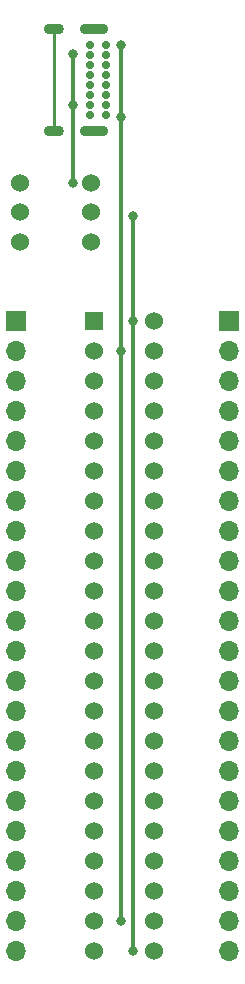
<source format=gbr>
G04 #@! TF.GenerationSoftware,KiCad,Pcbnew,(5.1.8)-1*
G04 #@! TF.CreationDate,2024-04-11T16:50:30-06:00*
G04 #@! TF.ProjectId,Breadboard Adapter,42726561-6462-46f6-9172-642041646170,rev?*
G04 #@! TF.SameCoordinates,Original*
G04 #@! TF.FileFunction,Copper,L2,Bot*
G04 #@! TF.FilePolarity,Positive*
%FSLAX46Y46*%
G04 Gerber Fmt 4.6, Leading zero omitted, Abs format (unit mm)*
G04 Created by KiCad (PCBNEW (5.1.8)-1) date 2024-04-11 16:50:30*
%MOMM*%
%LPD*%
G01*
G04 APERTURE LIST*
G04 #@! TA.AperFunction,ComponentPad*
%ADD10C,1.524000*%
G04 #@! TD*
G04 #@! TA.AperFunction,ComponentPad*
%ADD11R,1.524000X1.524000*%
G04 #@! TD*
G04 #@! TA.AperFunction,ComponentPad*
%ADD12O,1.700000X1.700000*%
G04 #@! TD*
G04 #@! TA.AperFunction,ComponentPad*
%ADD13R,1.700000X1.700000*%
G04 #@! TD*
G04 #@! TA.AperFunction,ComponentPad*
%ADD14O,1.700000X0.900000*%
G04 #@! TD*
G04 #@! TA.AperFunction,ComponentPad*
%ADD15O,2.400000X0.900000*%
G04 #@! TD*
G04 #@! TA.AperFunction,ComponentPad*
%ADD16C,0.700000*%
G04 #@! TD*
G04 #@! TA.AperFunction,ViaPad*
%ADD17C,0.800000*%
G04 #@! TD*
G04 #@! TA.AperFunction,Conductor*
%ADD18C,0.330200*%
G04 #@! TD*
G04 #@! TA.AperFunction,Conductor*
%ADD19C,0.250000*%
G04 #@! TD*
G04 APERTURE END LIST*
D10*
G04 #@! TO.P,J1,44*
G04 #@! TO.N,/5+*
X105410000Y-38100000D03*
G04 #@! TO.P,J1,43*
G04 #@! TO.N,/GND*
X105410000Y-40640000D03*
G04 #@! TO.P,J1,42*
G04 #@! TO.N,/IORD*
X105410000Y-43180000D03*
G04 #@! TO.P,J1,41*
G04 #@! TO.N,/IOWR*
X105410000Y-45720000D03*
G04 #@! TO.P,J1,40*
G04 #@! TO.N,/A7*
X105410000Y-48260000D03*
G04 #@! TO.P,J1,39*
G04 #@! TO.N,/A6*
X105410000Y-50800000D03*
G04 #@! TO.P,J1,38*
G04 #@! TO.N,/A5*
X105410000Y-53340000D03*
G04 #@! TO.P,J1,37*
G04 #@! TO.N,/A4*
X105410000Y-55880000D03*
G04 #@! TO.P,J1,36*
G04 #@! TO.N,/A3*
X105410000Y-58420000D03*
G04 #@! TO.P,J1,35*
G04 #@! TO.N,/A2*
X105410000Y-60960000D03*
G04 #@! TO.P,J1,34*
G04 #@! TO.N,/A1*
X105410000Y-63500000D03*
G04 #@! TO.P,J1,33*
G04 #@! TO.N,/A0*
X105410000Y-66040000D03*
G04 #@! TO.P,J1,32*
G04 #@! TO.N,/D7*
X105410000Y-68580000D03*
G04 #@! TO.P,J1,31*
G04 #@! TO.N,/D6*
X105410000Y-71120000D03*
G04 #@! TO.P,J1,30*
G04 #@! TO.N,/D5*
X105410000Y-73660000D03*
G04 #@! TO.P,J1,29*
G04 #@! TO.N,/D4*
X105410000Y-76200000D03*
G04 #@! TO.P,J1,28*
G04 #@! TO.N,/D3*
X105410000Y-78740000D03*
G04 #@! TO.P,J1,27*
G04 #@! TO.N,/D2*
X105410000Y-81280000D03*
G04 #@! TO.P,J1,26*
G04 #@! TO.N,/D1*
X105410000Y-83820000D03*
G04 #@! TO.P,J1,25*
G04 #@! TO.N,/D0*
X105410000Y-86360000D03*
G04 #@! TO.P,J1,24*
G04 #@! TO.N,/GND*
X105410000Y-88900000D03*
G04 #@! TO.P,J1,23*
G04 #@! TO.N,/5+*
X105410000Y-91440000D03*
G04 #@! TO.P,J1,22*
X100330000Y-91440000D03*
G04 #@! TO.P,J1,21*
G04 #@! TO.N,/GND*
X100330000Y-88900000D03*
G04 #@! TO.P,J1,20*
G04 #@! TO.N,/D0_*
X100330000Y-86360000D03*
G04 #@! TO.P,J1,19*
G04 #@! TO.N,/D1_*
X100330000Y-83820000D03*
G04 #@! TO.P,J1,18*
G04 #@! TO.N,/D2_*
X100330000Y-81280000D03*
G04 #@! TO.P,J1,17*
G04 #@! TO.N,/D3_*
X100330000Y-78740000D03*
G04 #@! TO.P,J1,15*
G04 #@! TO.N,/D5_*
X100330000Y-73660000D03*
G04 #@! TO.P,J1,14*
G04 #@! TO.N,/D6_*
X100330000Y-71120000D03*
G04 #@! TO.P,J1,13*
G04 #@! TO.N,/D7_*
X100330000Y-68580000D03*
G04 #@! TO.P,J1,12*
G04 #@! TO.N,/A0_*
X100330000Y-66040000D03*
G04 #@! TO.P,J1,11*
G04 #@! TO.N,/A1_*
X100330000Y-63500000D03*
G04 #@! TO.P,J1,10*
G04 #@! TO.N,/A2_*
X100330000Y-60960000D03*
G04 #@! TO.P,J1,9*
G04 #@! TO.N,/A3_*
X100330000Y-58420000D03*
G04 #@! TO.P,J1,16*
G04 #@! TO.N,/D4_*
X100330000Y-76200000D03*
D11*
G04 #@! TO.P,J1,1*
G04 #@! TO.N,/5+*
X100330000Y-38100000D03*
D10*
G04 #@! TO.P,J1,2*
G04 #@! TO.N,/GND*
X100330000Y-40640000D03*
G04 #@! TO.P,J1,3*
G04 #@! TO.N,/IORD_*
X100330000Y-43180000D03*
G04 #@! TO.P,J1,4*
G04 #@! TO.N,/IOWR_*
X100330000Y-45720000D03*
G04 #@! TO.P,J1,5*
G04 #@! TO.N,/A7_*
X100330000Y-48260000D03*
G04 #@! TO.P,J1,6*
G04 #@! TO.N,/A6_*
X100330000Y-50800000D03*
G04 #@! TO.P,J1,7*
G04 #@! TO.N,/A5_*
X100330000Y-53340000D03*
G04 #@! TO.P,J1,8*
G04 #@! TO.N,/A4_*
X100330000Y-55880000D03*
G04 #@! TD*
D12*
G04 #@! TO.P,J4,22*
G04 #@! TO.N,/5+*
X111760000Y-91440000D03*
G04 #@! TO.P,J4,21*
G04 #@! TO.N,/GND*
X111760000Y-88900000D03*
G04 #@! TO.P,J4,20*
G04 #@! TO.N,/D0*
X111760000Y-86360000D03*
G04 #@! TO.P,J4,19*
G04 #@! TO.N,/D1*
X111760000Y-83820000D03*
G04 #@! TO.P,J4,18*
G04 #@! TO.N,/D2*
X111760000Y-81280000D03*
G04 #@! TO.P,J4,17*
G04 #@! TO.N,/D3*
X111760000Y-78740000D03*
G04 #@! TO.P,J4,16*
G04 #@! TO.N,/D4*
X111760000Y-76200000D03*
G04 #@! TO.P,J4,15*
G04 #@! TO.N,/D5*
X111760000Y-73660000D03*
G04 #@! TO.P,J4,14*
G04 #@! TO.N,/D6*
X111760000Y-71120000D03*
G04 #@! TO.P,J4,13*
G04 #@! TO.N,/D7*
X111760000Y-68580000D03*
G04 #@! TO.P,J4,12*
G04 #@! TO.N,/A0*
X111760000Y-66040000D03*
G04 #@! TO.P,J4,11*
G04 #@! TO.N,/A1*
X111760000Y-63500000D03*
G04 #@! TO.P,J4,10*
G04 #@! TO.N,/A2*
X111760000Y-60960000D03*
G04 #@! TO.P,J4,9*
G04 #@! TO.N,/A3*
X111760000Y-58420000D03*
G04 #@! TO.P,J4,8*
G04 #@! TO.N,/A4*
X111760000Y-55880000D03*
G04 #@! TO.P,J4,7*
G04 #@! TO.N,/A5*
X111760000Y-53340000D03*
G04 #@! TO.P,J4,6*
G04 #@! TO.N,/A6*
X111760000Y-50800000D03*
G04 #@! TO.P,J4,5*
G04 #@! TO.N,/A7*
X111760000Y-48260000D03*
G04 #@! TO.P,J4,4*
G04 #@! TO.N,/IOWR*
X111760000Y-45720000D03*
G04 #@! TO.P,J4,3*
G04 #@! TO.N,/IORD*
X111760000Y-43180000D03*
G04 #@! TO.P,J4,2*
G04 #@! TO.N,/GND*
X111760000Y-40640000D03*
D13*
G04 #@! TO.P,J4,1*
G04 #@! TO.N,/5+*
X111760000Y-38100000D03*
G04 #@! TD*
D12*
G04 #@! TO.P,J3,22*
G04 #@! TO.N,/5+*
X93726000Y-91440000D03*
G04 #@! TO.P,J3,21*
G04 #@! TO.N,/GND*
X93726000Y-88900000D03*
G04 #@! TO.P,J3,20*
G04 #@! TO.N,/D0_*
X93726000Y-86360000D03*
G04 #@! TO.P,J3,19*
G04 #@! TO.N,/D1_*
X93726000Y-83820000D03*
G04 #@! TO.P,J3,18*
G04 #@! TO.N,/D2_*
X93726000Y-81280000D03*
G04 #@! TO.P,J3,17*
G04 #@! TO.N,/D3_*
X93726000Y-78740000D03*
G04 #@! TO.P,J3,16*
G04 #@! TO.N,/D4_*
X93726000Y-76200000D03*
G04 #@! TO.P,J3,15*
G04 #@! TO.N,/D5_*
X93726000Y-73660000D03*
G04 #@! TO.P,J3,14*
G04 #@! TO.N,/D6_*
X93726000Y-71120000D03*
G04 #@! TO.P,J3,13*
G04 #@! TO.N,/D7_*
X93726000Y-68580000D03*
G04 #@! TO.P,J3,12*
G04 #@! TO.N,/A0_*
X93726000Y-66040000D03*
G04 #@! TO.P,J3,11*
G04 #@! TO.N,/A1_*
X93726000Y-63500000D03*
G04 #@! TO.P,J3,10*
G04 #@! TO.N,/A2_*
X93726000Y-60960000D03*
G04 #@! TO.P,J3,9*
G04 #@! TO.N,/A3_*
X93726000Y-58420000D03*
G04 #@! TO.P,J3,8*
G04 #@! TO.N,/A4_*
X93726000Y-55880000D03*
G04 #@! TO.P,J3,7*
G04 #@! TO.N,/A5_*
X93726000Y-53340000D03*
G04 #@! TO.P,J3,6*
G04 #@! TO.N,/A6_*
X93726000Y-50800000D03*
G04 #@! TO.P,J3,5*
G04 #@! TO.N,/A7_*
X93726000Y-48260000D03*
G04 #@! TO.P,J3,4*
G04 #@! TO.N,/IOWR_*
X93726000Y-45720000D03*
G04 #@! TO.P,J3,3*
G04 #@! TO.N,/IORD_*
X93726000Y-43180000D03*
G04 #@! TO.P,J3,2*
G04 #@! TO.N,/GND*
X93726000Y-40640000D03*
D13*
G04 #@! TO.P,J3,1*
G04 #@! TO.N,/5+*
X93726000Y-38100000D03*
G04 #@! TD*
D10*
G04 #@! TO.P,SW1,6*
G04 #@! TO.N,Net-(SW1-Pad6)*
X94076000Y-31416000D03*
G04 #@! TO.P,SW1,5*
G04 #@! TO.N,Net-(SW1-Pad5)*
X94076000Y-28916000D03*
G04 #@! TO.P,SW1,4*
G04 #@! TO.N,Net-(SW1-Pad4)*
X94076000Y-26416000D03*
G04 #@! TO.P,SW1,3*
G04 #@! TO.N,/POWER_SUPPLY*
X100076000Y-26416000D03*
G04 #@! TO.P,SW1,2*
G04 #@! TO.N,/5+*
X100076000Y-28916000D03*
G04 #@! TO.P,SW1,1*
G04 #@! TO.N,Net-(SW1-Pad1)*
X100076000Y-31416000D03*
G04 #@! TD*
D14*
G04 #@! TO.P,J2,S1*
G04 #@! TO.N,Net-(J2-PadS1)*
X96986000Y-22032000D03*
X96986000Y-13382000D03*
D15*
X100366000Y-22032000D03*
X100366000Y-13382000D03*
D16*
G04 #@! TO.P,J2,B6*
G04 #@! TO.N,Net-(J2-PadB6)*
X99996000Y-18132000D03*
G04 #@! TO.P,J2,B1*
G04 #@! TO.N,/GND*
X99996000Y-20682000D03*
G04 #@! TO.P,J2,B4*
G04 #@! TO.N,/POWER_SUPPLY*
X99996000Y-19832000D03*
G04 #@! TO.P,J2,B5*
G04 #@! TO.N,Net-(J2-PadB5)*
X99996000Y-18982000D03*
G04 #@! TO.P,J2,B12*
G04 #@! TO.N,/GND*
X99996000Y-14732000D03*
G04 #@! TO.P,J2,B8*
G04 #@! TO.N,Net-(J2-PadB8)*
X99996000Y-16432000D03*
G04 #@! TO.P,J2,B7*
G04 #@! TO.N,Net-(J2-PadB7)*
X99996000Y-17282000D03*
G04 #@! TO.P,J2,B9*
G04 #@! TO.N,/POWER_SUPPLY*
X99996000Y-15582000D03*
G04 #@! TO.P,J2,A12*
G04 #@! TO.N,/GND*
X101346000Y-20682000D03*
G04 #@! TO.P,J2,A9*
G04 #@! TO.N,/POWER_SUPPLY*
X101346000Y-19832000D03*
G04 #@! TO.P,J2,A8*
G04 #@! TO.N,Net-(J2-PadA8)*
X101346000Y-18982000D03*
G04 #@! TO.P,J2,A7*
G04 #@! TO.N,Net-(J2-PadA7)*
X101346000Y-18132000D03*
G04 #@! TO.P,J2,A6*
G04 #@! TO.N,Net-(J2-PadA6)*
X101346000Y-17282000D03*
G04 #@! TO.P,J2,A5*
G04 #@! TO.N,Net-(J2-PadA5)*
X101346000Y-16432000D03*
G04 #@! TO.P,J2,A4*
G04 #@! TO.N,/POWER_SUPPLY*
X101346000Y-15582000D03*
G04 #@! TO.P,J2,A1*
G04 #@! TO.N,/GND*
X101346000Y-14732000D03*
G04 #@! TD*
D17*
G04 #@! TO.N,/GND*
X102616000Y-14732000D03*
X102616000Y-20828000D03*
X102616000Y-88900000D03*
X102616000Y-40640000D03*
G04 #@! TO.N,/POWER_SUPPLY*
X98552000Y-26416000D03*
X98552000Y-19812000D03*
X98552000Y-15494000D03*
G04 #@! TO.N,/5+*
X103632000Y-29210000D03*
X103632000Y-91440000D03*
X103632000Y-38100000D03*
G04 #@! TD*
D18*
G04 #@! TO.N,/GND*
X102616000Y-20828000D02*
X102616000Y-14732000D01*
X102616000Y-20828000D02*
X102616000Y-40640000D01*
X102616000Y-40640000D02*
X102616000Y-88900000D01*
D19*
G04 #@! TO.N,Net-(J2-PadS1)*
X96986000Y-13382000D02*
X96986000Y-22032000D01*
D18*
G04 #@! TO.N,/POWER_SUPPLY*
X98552000Y-19812000D02*
X98552000Y-26416000D01*
X98552000Y-19812000D02*
X98552000Y-15494000D01*
G04 #@! TO.N,/5+*
X103632000Y-29210000D02*
X103632000Y-38100000D01*
X103632000Y-38100000D02*
X103632000Y-91440000D01*
G04 #@! TD*
M02*

</source>
